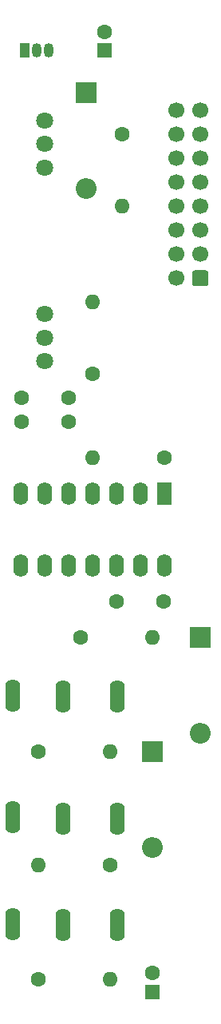
<source format=gbr>
G04 #@! TF.GenerationSoftware,KiCad,Pcbnew,(5.1.9)-1*
G04 #@! TF.CreationDate,2021-05-08T11:48:20+02:00*
G04 #@! TF.ProjectId,APC Eurorack Main,41504320-4575-4726-9f72-61636b204d61,rev?*
G04 #@! TF.SameCoordinates,Original*
G04 #@! TF.FileFunction,Soldermask,Bot*
G04 #@! TF.FilePolarity,Negative*
%FSLAX46Y46*%
G04 Gerber Fmt 4.6, Leading zero omitted, Abs format (unit mm)*
G04 Created by KiCad (PCBNEW (5.1.9)-1) date 2021-05-08 11:48:20*
%MOMM*%
%LPD*%
G01*
G04 APERTURE LIST*
%ADD10O,1.600000X1.600000*%
%ADD11C,1.600000*%
%ADD12C,1.800000*%
%ADD13O,1.600000X3.500000*%
%ADD14C,1.700000*%
%ADD15O,1.600000X2.400000*%
%ADD16R,1.600000X2.400000*%
%ADD17R,1.050000X1.500000*%
%ADD18O,1.050000X1.500000*%
%ADD19O,2.200000X2.200000*%
%ADD20R,2.200000X2.200000*%
%ADD21R,1.600000X1.600000*%
G04 APERTURE END LIST*
D10*
G04 #@! TO.C,R1*
X10160000Y-50800000D03*
D11*
X17780000Y-50800000D03*
G04 #@! TD*
D12*
G04 #@! TO.C,R11*
X5080000Y-35560000D03*
X5080000Y-38060000D03*
X5080000Y-40560000D03*
G04 #@! TD*
G04 #@! TO.C,R10*
X5080000Y-15000000D03*
X5080000Y-17500000D03*
X5080000Y-20000000D03*
G04 #@! TD*
D13*
G04 #@! TO.C,J6*
X12800000Y-76100000D03*
X7000000Y-76100000D03*
X1700000Y-76000000D03*
G04 #@! TD*
G04 #@! TO.C,J5*
X12800000Y-89000000D03*
X7000000Y-89000000D03*
X1700000Y-88900000D03*
G04 #@! TD*
G04 #@! TO.C,J4*
X12800000Y-100330000D03*
X7000000Y-100330000D03*
X1700000Y-100230000D03*
G04 #@! TD*
D10*
G04 #@! TO.C,R9*
X10160000Y-34290000D03*
D11*
X10160000Y-41910000D03*
G04 #@! TD*
D10*
G04 #@! TO.C,R8*
X16510000Y-69850000D03*
D11*
X8890000Y-69850000D03*
G04 #@! TD*
D10*
G04 #@! TO.C,R7*
X12065000Y-81915000D03*
D11*
X4445000Y-81915000D03*
G04 #@! TD*
D10*
G04 #@! TO.C,R4*
X12065000Y-106045000D03*
D11*
X4445000Y-106045000D03*
G04 #@! TD*
D10*
G04 #@! TO.C,R3*
X4445000Y-93980000D03*
D11*
X12065000Y-93980000D03*
G04 #@! TD*
D10*
G04 #@! TO.C,R2*
X13335000Y-24130000D03*
D11*
X13335000Y-16510000D03*
G04 #@! TD*
D14*
G04 #@! TO.C,J1*
X19050000Y-13970000D03*
X19050000Y-16510000D03*
X19050000Y-19050000D03*
X19050000Y-21590000D03*
X19050000Y-24130000D03*
X19050000Y-26670000D03*
X19050000Y-29210000D03*
X19050000Y-31750000D03*
X21590000Y-13970000D03*
X21590000Y-16510000D03*
X21590000Y-19050000D03*
X21590000Y-21590000D03*
X21590000Y-24130000D03*
X21590000Y-26670000D03*
X21590000Y-29210000D03*
G36*
G01*
X22440000Y-31150000D02*
X22440000Y-32350000D01*
G75*
G02*
X22190000Y-32600000I-250000J0D01*
G01*
X20990000Y-32600000D01*
G75*
G02*
X20740000Y-32350000I0J250000D01*
G01*
X20740000Y-31150000D01*
G75*
G02*
X20990000Y-30900000I250000J0D01*
G01*
X22190000Y-30900000D01*
G75*
G02*
X22440000Y-31150000I0J-250000D01*
G01*
G37*
G04 #@! TD*
D15*
G04 #@! TO.C,IC2*
X17780000Y-62230000D03*
X2540000Y-54610000D03*
X15240000Y-62230000D03*
X5080000Y-54610000D03*
X12700000Y-62230000D03*
X7620000Y-54610000D03*
X10160000Y-62230000D03*
X10160000Y-54610000D03*
X7620000Y-62230000D03*
X12700000Y-54610000D03*
X5080000Y-62230000D03*
X15240000Y-54610000D03*
X2540000Y-62230000D03*
D16*
X17780000Y-54610000D03*
G04 #@! TD*
D17*
G04 #@! TO.C,IC1*
X3000000Y-7620000D03*
D18*
X5540000Y-7620000D03*
X4270000Y-7620000D03*
G04 #@! TD*
D19*
G04 #@! TO.C,D3*
X21590000Y-80010000D03*
D20*
X21590000Y-69850000D03*
G04 #@! TD*
D19*
G04 #@! TO.C,D2*
X16510000Y-92075000D03*
D20*
X16510000Y-81915000D03*
G04 #@! TD*
D19*
G04 #@! TO.C,D1*
X9525000Y-22225000D03*
D20*
X9525000Y-12065000D03*
G04 #@! TD*
D11*
G04 #@! TO.C,C5*
X11430000Y-5620000D03*
D21*
X11430000Y-7620000D03*
G04 #@! TD*
D11*
G04 #@! TO.C,C4*
X2620000Y-44450000D03*
X7620000Y-44450000D03*
G04 #@! TD*
G04 #@! TO.C,C3*
X16510000Y-105410000D03*
D21*
X16510000Y-107410000D03*
G04 #@! TD*
D11*
G04 #@! TO.C,C2*
X17700000Y-66040000D03*
X12700000Y-66040000D03*
G04 #@! TD*
G04 #@! TO.C,C1*
X2620000Y-46990000D03*
X7620000Y-46990000D03*
G04 #@! TD*
M02*

</source>
